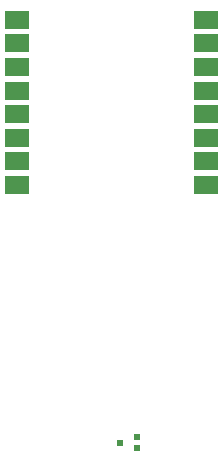
<source format=gbr>
%TF.GenerationSoftware,KiCad,Pcbnew,(7.0.0)*%
%TF.CreationDate,2023-07-04T16:48:58+02:00*%
%TF.ProjectId,attiny85_remote,61747469-6e79-4383-955f-72656d6f7465,rev?*%
%TF.SameCoordinates,Original*%
%TF.FileFunction,Paste,Top*%
%TF.FilePolarity,Positive*%
%FSLAX46Y46*%
G04 Gerber Fmt 4.6, Leading zero omitted, Abs format (unit mm)*
G04 Created by KiCad (PCBNEW (7.0.0)) date 2023-07-04 16:48:58*
%MOMM*%
%LPD*%
G01*
G04 APERTURE LIST*
%ADD10R,0.600000X0.600000*%
%ADD11R,2.000000X1.500000*%
G04 APERTURE END LIST*
D10*
%TO.C,Q1*%
X193224999Y-82824999D03*
X193224999Y-81824999D03*
X191824999Y-82324999D03*
%TD*%
D11*
%TO.C,U1*%
X183099999Y-46524999D03*
X183099999Y-48524999D03*
X183099999Y-50524999D03*
X183099999Y-52524999D03*
X183099999Y-54524999D03*
X183099999Y-56524999D03*
X183099999Y-58524999D03*
X183099999Y-60524999D03*
X199099999Y-60524999D03*
X199099999Y-58524999D03*
X199099999Y-56524999D03*
X199099999Y-54524999D03*
X199099999Y-52524999D03*
X199099999Y-50524999D03*
X199099999Y-48524999D03*
X199099999Y-46524999D03*
%TD*%
M02*

</source>
